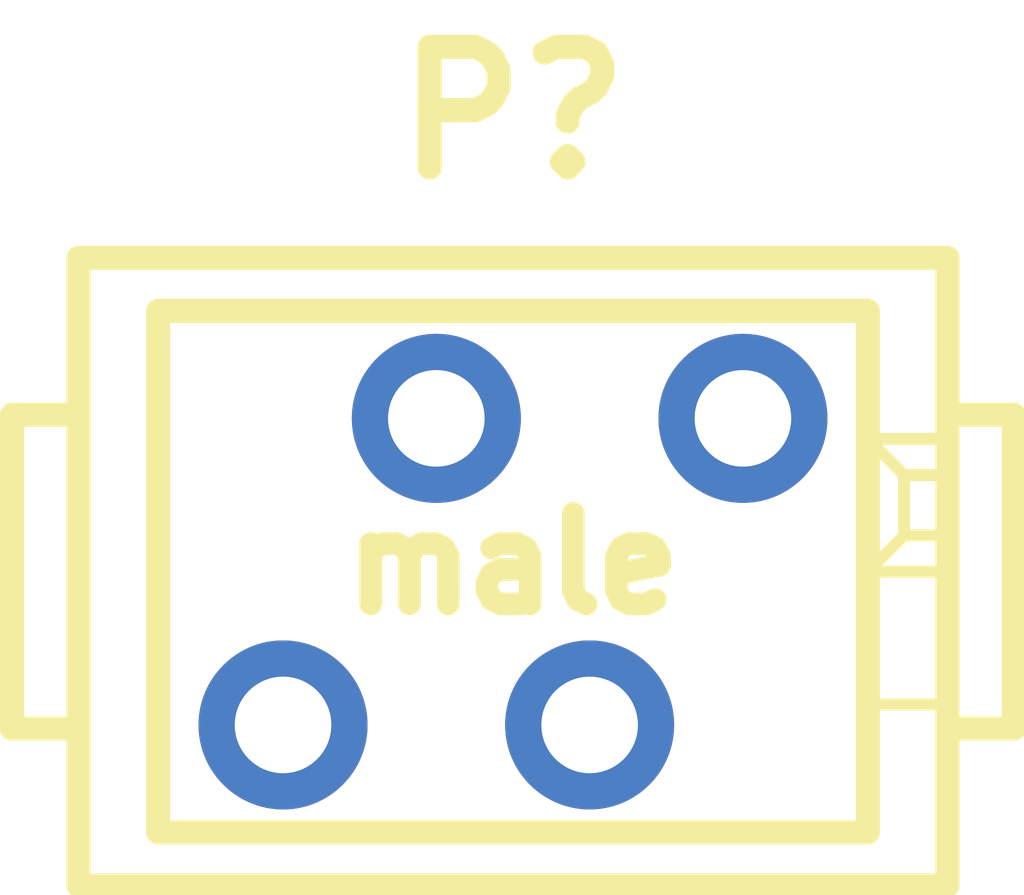
<source format=kicad_pcb>
(kicad_pcb (version 4) (host pcbnew 4.0.6)

  (general
    (links 0)
    (no_connects 0)
    (area 0 0 0 0)
    (thickness 1.6)
    (drawings 0)
    (tracks 0)
    (zones 0)
    (modules 1)
    (nets 1)
  )

  (page A4)
  (layers
    (0 F.Cu signal)
    (31 B.Cu signal)
    (32 B.Adhes user)
    (33 F.Adhes user)
    (34 B.Paste user)
    (35 F.Paste user)
    (36 B.SilkS user)
    (37 F.SilkS user)
    (38 B.Mask user)
    (39 F.Mask user)
    (40 Dwgs.User user)
    (41 Cmts.User user)
    (42 Eco1.User user)
    (43 Eco2.User user)
    (44 Edge.Cuts user)
    (45 Margin user)
    (46 B.CrtYd user)
    (47 F.CrtYd user)
    (48 B.Fab user)
    (49 F.Fab user)
  )

  (setup
    (last_trace_width 0.25)
    (trace_clearance 0.2)
    (zone_clearance 0.508)
    (zone_45_only no)
    (trace_min 0.2)
    (segment_width 0.2)
    (edge_width 0.15)
    (via_size 0.6)
    (via_drill 0.4)
    (via_min_size 0.4)
    (via_min_drill 0.3)
    (uvia_size 0.3)
    (uvia_drill 0.1)
    (uvias_allowed no)
    (uvia_min_size 0.2)
    (uvia_min_drill 0.1)
    (pcb_text_width 0.3)
    (pcb_text_size 1.5 1.5)
    (mod_edge_width 0.15)
    (mod_text_size 1 1)
    (mod_text_width 0.15)
    (pad_size 1.524 1.524)
    (pad_drill 0.762)
    (pad_to_mask_clearance 0.2)
    (aux_axis_origin 0 0)
    (visible_elements FFFFFF7F)
    (pcbplotparams
      (layerselection 0x00030_80000001)
      (usegerberextensions false)
      (excludeedgelayer true)
      (linewidth 0.100000)
      (plotframeref false)
      (viasonmask false)
      (mode 1)
      (useauxorigin false)
      (hpglpennumber 1)
      (hpglpenspeed 20)
      (hpglpendiameter 15)
      (hpglpenoverlay 2)
      (psnegative false)
      (psa4output false)
      (plotreference true)
      (plotvalue true)
      (plotinvisibletext false)
      (padsonsilk false)
      (subtractmaskfromsilk false)
      (outputformat 1)
      (mirror false)
      (drillshape 1)
      (scaleselection 1)
      (outputdirectory ""))
  )

  (net 0 "")

  (net_class Default "This is the default net class."
    (clearance 0.2)
    (trace_width 0.25)
    (via_dia 0.6)
    (via_drill 0.4)
    (uvia_dia 0.3)
    (uvia_drill 0.1)
  )

  (module micro-MaTch:0-215464-4_TH_4-pin_male (layer F.Cu) (tedit 53CFF936) (tstamp 5908C85E)
    (at -72.39 -171.45)
    (descr ./Docs/ENG_CD_215464_N_215464-c_drw.pdf)
    (tags "micro-MaTch, TH, 4-pin, male")
    (fp_text reference P? (at 0 -3.8) (layer F.SilkS)
      (effects (font (size 1 1) (thickness 0.2)))
    )
    (fp_text value VAL** (at 0 3.9) (layer F.SilkS) hide
      (effects (font (size 1 1) (thickness 0.2)))
    )
    (fp_text user male (at 0 -0.07) (layer F.SilkS)
      (effects (font (size 0.75 0.75) (thickness 0.1875)))
    )
    (fp_line (start 3.24 -0.3) (end 3.6 -0.3) (layer F.SilkS) (width 0.1))
    (fp_line (start 3.24 -0.8) (end 3.6 -0.8) (layer F.SilkS) (width 0.1))
    (fp_line (start 2.94 0) (end 3.24 -0.3) (layer F.SilkS) (width 0.1))
    (fp_line (start 3.24 -0.3) (end 3.24 -0.8) (layer F.SilkS) (width 0.1))
    (fp_line (start 2.94 -1.1) (end 3.24 -0.8) (layer F.SilkS) (width 0.1))
    (fp_line (start 2.94 0) (end 3.6 0) (layer F.SilkS) (width 0.1))
    (fp_line (start 2.94 1.1) (end 3.6 1.1) (layer F.SilkS) (width 0.1))
    (fp_line (start 2.94 -1.1) (end 3.6 -1.1) (layer F.SilkS) (width 0.1))
    (fp_line (start -2.94 -2.16) (end 2.94 -2.16) (layer F.SilkS) (width 0.2))
    (fp_line (start 2.94 -2.16) (end 2.94 2.16) (layer F.SilkS) (width 0.2))
    (fp_line (start 2.94 2.16) (end -2.94 2.16) (layer F.SilkS) (width 0.2))
    (fp_line (start -2.94 2.16) (end -2.94 -2.16) (layer F.SilkS) (width 0.2))
    (fp_line (start -3.6 -1.3) (end -4.15 -1.3) (layer F.SilkS) (width 0.2))
    (fp_line (start -4.15 -1.3) (end -4.15 1.3) (layer F.SilkS) (width 0.2))
    (fp_line (start -4.15 1.3) (end -3.6 1.3) (layer F.SilkS) (width 0.2))
    (fp_line (start 3.6 -1.3) (end 4.15 -1.3) (layer F.SilkS) (width 0.2))
    (fp_line (start 4.15 -1.3) (end 4.15 1.3) (layer F.SilkS) (width 0.2))
    (fp_line (start 4.15 1.3) (end 3.6 1.3) (layer F.SilkS) (width 0.2))
    (fp_line (start -3.6 -2.6) (end 3.6 -2.6) (layer F.SilkS) (width 0.2))
    (fp_line (start 3.6 -2.6) (end 3.6 2.6) (layer F.SilkS) (width 0.2))
    (fp_line (start 3.6 2.6) (end -3.6 2.6) (layer F.SilkS) (width 0.2))
    (fp_line (start -3.6 2.6) (end -3.6 -2.6) (layer F.SilkS) (width 0.2))
    (pad 1 thru_hole circle (at 1.905 -1.27) (size 1.4 1.4) (drill 0.8) (layers *.Cu *.Mask))
    (pad 2 thru_hole circle (at 0.635 1.27) (size 1.4 1.4) (drill 0.8) (layers *.Cu *.Mask))
    (pad 3 thru_hole circle (at -0.635 -1.27) (size 1.4 1.4) (drill 0.8) (layers *.Cu *.Mask))
    (pad 4 thru_hole circle (at -1.905 1.27) (size 1.4 1.4) (drill 0.8) (layers *.Cu *.Mask))
  )

)

</source>
